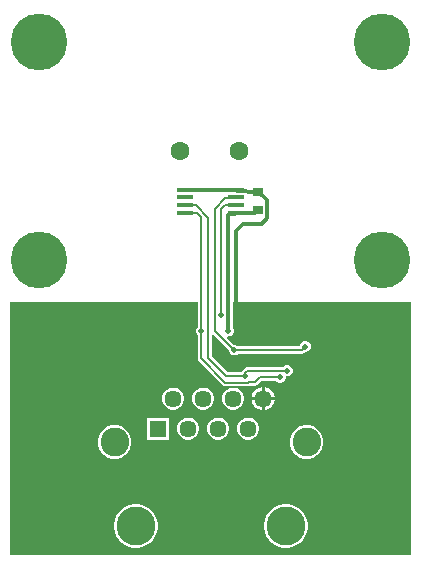
<source format=gbl>
G04*
G04 #@! TF.GenerationSoftware,Altium Limited,Altium Designer,24.5.1 (21)*
G04*
G04 Layer_Physical_Order=2*
G04 Layer_Color=16711680*
%FSLAX25Y25*%
%MOIN*%
G70*
G04*
G04 #@! TF.SameCoordinates,40B6127D-9DCA-48F2-A9B9-7EA9BB6FB6DE*
G04*
G04*
G04 #@! TF.FilePolarity,Positive*
G04*
G01*
G75*
%ADD10C,0.01181*%
%ADD11C,0.00787*%
%ADD31C,0.12992*%
%ADD32C,0.09567*%
%ADD33R,0.05701X0.05701*%
%ADD34C,0.05701*%
%ADD35C,0.18898*%
%ADD36C,0.06299*%
%ADD37C,0.01968*%
%ADD38R,0.05709X0.01772*%
%ADD39R,0.03400X0.03000*%
G36*
X135788Y2007D02*
X2007D01*
X2007Y86614D01*
X64544D01*
Y78073D01*
X64246Y77775D01*
X63976Y77124D01*
Y76419D01*
X64246Y75768D01*
X64544Y75470D01*
Y67717D01*
X64544Y67716D01*
X64635Y67256D01*
X64897Y66865D01*
X72967Y58794D01*
X72967Y58794D01*
X73358Y58533D01*
X73819Y58441D01*
X81212D01*
X81212Y58441D01*
X81673Y58533D01*
X81830Y58638D01*
X83811D01*
X83811Y58638D01*
X84272Y58730D01*
X84662Y58991D01*
X85885Y60213D01*
X90825D01*
X91122Y59915D01*
X91774Y59646D01*
X92478D01*
X93129Y59915D01*
X93628Y60414D01*
X93898Y61065D01*
Y61369D01*
X94125Y61790D01*
X94360Y61811D01*
X94841D01*
X95492Y62081D01*
X95990Y62579D01*
X96260Y63230D01*
Y63935D01*
X95990Y64586D01*
X95492Y65085D01*
X94841Y65354D01*
X94136D01*
X93485Y65085D01*
X93187Y64787D01*
X81142D01*
X81142Y64787D01*
X80682Y64695D01*
X80291Y64434D01*
X79569Y63712D01*
X79308Y63322D01*
X79305Y63306D01*
X79014Y63015D01*
X74515D01*
X69314Y68215D01*
Y75519D01*
X69814Y75726D01*
X75000Y70541D01*
Y70120D01*
X75270Y69469D01*
X75768Y68971D01*
X76419Y68701D01*
X77124D01*
X77775Y68971D01*
X78073Y69268D01*
X99212D01*
X99213Y69268D01*
X99673Y69360D01*
X100064Y69621D01*
X100325Y69882D01*
X100746D01*
X101397Y70152D01*
X101896Y70650D01*
X102165Y71301D01*
Y72006D01*
X101896Y72657D01*
X101397Y73155D01*
X100746Y73425D01*
X100041D01*
X99390Y73155D01*
X98892Y72657D01*
X98622Y72006D01*
Y71677D01*
X78073D01*
X77775Y71974D01*
X77124Y72244D01*
X76703D01*
X74445Y74502D01*
X74654Y75000D01*
X75156D01*
X75807Y75270D01*
X76305Y75768D01*
X76575Y76419D01*
Y77124D01*
X76305Y77775D01*
X76208Y77872D01*
Y86614D01*
X135788D01*
Y2007D01*
D02*
G37*
%LPC*%
G36*
X86905Y58142D02*
X86898D01*
Y54791D01*
X90248D01*
Y54798D01*
X89986Y55778D01*
X89479Y56656D01*
X88762Y57372D01*
X87884Y57879D01*
X86905Y58142D01*
D02*
G37*
G36*
X85898D02*
X85891D01*
X84912Y57879D01*
X84034Y57372D01*
X83317Y56656D01*
X82810Y55778D01*
X82547Y54798D01*
Y54791D01*
X85898D01*
Y58142D01*
D02*
G37*
G36*
X76877Y57929D02*
X75919D01*
X74993Y57681D01*
X74164Y57202D01*
X73487Y56525D01*
X73008Y55695D01*
X72760Y54770D01*
Y53812D01*
X73008Y52887D01*
X73487Y52058D01*
X74164Y51380D01*
X74993Y50901D01*
X75919Y50653D01*
X76877D01*
X77802Y50901D01*
X78631Y51380D01*
X79309Y52058D01*
X79787Y52887D01*
X80035Y53812D01*
Y54770D01*
X79787Y55695D01*
X79309Y56525D01*
X78631Y57202D01*
X77802Y57681D01*
X76877Y57929D01*
D02*
G37*
G36*
X66877D02*
X65919D01*
X64994Y57681D01*
X64164Y57202D01*
X63487Y56525D01*
X63008Y55695D01*
X62760Y54770D01*
Y53812D01*
X63008Y52887D01*
X63487Y52058D01*
X64164Y51380D01*
X64994Y50901D01*
X65919Y50653D01*
X66877D01*
X67802Y50901D01*
X68631Y51380D01*
X69309Y52058D01*
X69788Y52887D01*
X70035Y53812D01*
Y54770D01*
X69788Y55695D01*
X69309Y56525D01*
X68631Y57202D01*
X67802Y57681D01*
X66877Y57929D01*
D02*
G37*
G36*
X56877D02*
X55919D01*
X54993Y57681D01*
X54164Y57202D01*
X53487Y56525D01*
X53008Y55695D01*
X52760Y54770D01*
Y53812D01*
X53008Y52887D01*
X53487Y52058D01*
X54164Y51380D01*
X54993Y50901D01*
X55919Y50653D01*
X56877D01*
X57802Y50901D01*
X58631Y51380D01*
X59309Y52058D01*
X59787Y52887D01*
X60035Y53812D01*
Y54770D01*
X59787Y55695D01*
X59309Y56525D01*
X58631Y57202D01*
X57802Y57681D01*
X56877Y57929D01*
D02*
G37*
G36*
X90248Y53791D02*
X86898D01*
Y50441D01*
X86905D01*
X87884Y50703D01*
X88762Y51210D01*
X89479Y51927D01*
X89986Y52805D01*
X90248Y53784D01*
Y53791D01*
D02*
G37*
G36*
X85898D02*
X82547D01*
Y53784D01*
X82810Y52805D01*
X83317Y51927D01*
X84034Y51210D01*
X84912Y50703D01*
X85891Y50441D01*
X85898D01*
Y53791D01*
D02*
G37*
G36*
X81877Y47929D02*
X80919D01*
X79993Y47681D01*
X79164Y47202D01*
X78487Y46525D01*
X78008Y45695D01*
X77760Y44770D01*
Y43812D01*
X78008Y42887D01*
X78487Y42058D01*
X79164Y41380D01*
X79993Y40901D01*
X80919Y40653D01*
X81877D01*
X82802Y40901D01*
X83631Y41380D01*
X84309Y42058D01*
X84787Y42887D01*
X85035Y43812D01*
Y44770D01*
X84787Y45695D01*
X84309Y46525D01*
X83631Y47202D01*
X82802Y47681D01*
X81877Y47929D01*
D02*
G37*
G36*
X71877D02*
X70919D01*
X69994Y47681D01*
X69164Y47202D01*
X68487Y46525D01*
X68008Y45695D01*
X67760Y44770D01*
Y43812D01*
X68008Y42887D01*
X68487Y42058D01*
X69164Y41380D01*
X69994Y40901D01*
X70919Y40653D01*
X71877D01*
X72802Y40901D01*
X73631Y41380D01*
X74309Y42058D01*
X74787Y42887D01*
X75035Y43812D01*
Y44770D01*
X74787Y45695D01*
X74309Y46525D01*
X73631Y47202D01*
X72802Y47681D01*
X71877Y47929D01*
D02*
G37*
G36*
X61877D02*
X60919D01*
X59993Y47681D01*
X59164Y47202D01*
X58487Y46525D01*
X58008Y45695D01*
X57760Y44770D01*
Y43812D01*
X58008Y42887D01*
X58487Y42058D01*
X59164Y41380D01*
X59993Y40901D01*
X60919Y40653D01*
X61877D01*
X62802Y40901D01*
X63631Y41380D01*
X64309Y42058D01*
X64788Y42887D01*
X65035Y43812D01*
Y44770D01*
X64788Y45695D01*
X64309Y46525D01*
X63631Y47202D01*
X62802Y47681D01*
X61877Y47929D01*
D02*
G37*
G36*
X55035D02*
X47760D01*
Y40653D01*
X55035D01*
Y47929D01*
D02*
G37*
G36*
X101639Y45374D02*
X100172D01*
X98755Y44994D01*
X97485Y44261D01*
X96448Y43224D01*
X95714Y41953D01*
X95335Y40537D01*
Y39070D01*
X95714Y37653D01*
X96448Y36383D01*
X97485Y35345D01*
X98755Y34612D01*
X100172Y34232D01*
X101639D01*
X103056Y34612D01*
X104326Y35345D01*
X105363Y36383D01*
X106097Y37653D01*
X106476Y39070D01*
Y40537D01*
X106097Y41953D01*
X105363Y43224D01*
X104326Y44261D01*
X103056Y44994D01*
X101639Y45374D01*
D02*
G37*
G36*
X37623D02*
X36156D01*
X34740Y44994D01*
X33469Y44261D01*
X32432Y43224D01*
X31699Y41953D01*
X31319Y40537D01*
Y39070D01*
X31699Y37653D01*
X32432Y36383D01*
X33469Y35345D01*
X34740Y34612D01*
X36156Y34232D01*
X37623D01*
X39040Y34612D01*
X40310Y35345D01*
X41348Y36383D01*
X42081Y37653D01*
X42461Y39070D01*
Y40537D01*
X42081Y41953D01*
X41348Y43224D01*
X40310Y44261D01*
X39040Y44994D01*
X37623Y45374D01*
D02*
G37*
G36*
X94615Y19094D02*
X93180D01*
X91773Y18815D01*
X90448Y18266D01*
X89255Y17469D01*
X88240Y16454D01*
X87443Y15261D01*
X86894Y13936D01*
X86614Y12528D01*
Y11094D01*
X86894Y9686D01*
X87443Y8361D01*
X88240Y7168D01*
X89255Y6154D01*
X90448Y5356D01*
X91773Y4808D01*
X93180Y4528D01*
X94615D01*
X96022Y4808D01*
X97348Y5356D01*
X98541Y6154D01*
X99555Y7168D01*
X100352Y8361D01*
X100901Y9686D01*
X101181Y11094D01*
Y12528D01*
X100901Y13936D01*
X100352Y15261D01*
X99555Y16454D01*
X98541Y17469D01*
X97348Y18266D01*
X96022Y18815D01*
X94615Y19094D01*
D02*
G37*
G36*
X44615D02*
X43180D01*
X41773Y18815D01*
X40448Y18266D01*
X39255Y17469D01*
X38240Y16454D01*
X37443Y15261D01*
X36894Y13936D01*
X36614Y12528D01*
Y11094D01*
X36894Y9686D01*
X37443Y8361D01*
X38240Y7168D01*
X39255Y6154D01*
X40448Y5356D01*
X41773Y4808D01*
X43180Y4528D01*
X44615D01*
X46022Y4808D01*
X47348Y5356D01*
X48541Y6154D01*
X49555Y7168D01*
X50352Y8361D01*
X50901Y9686D01*
X51181Y11094D01*
Y12528D01*
X50901Y13936D01*
X50352Y15261D01*
X49555Y16454D01*
X48541Y17469D01*
X47348Y18266D01*
X46022Y18815D01*
X44615Y19094D01*
D02*
G37*
%LPD*%
D10*
X60433Y123917D02*
X77362D01*
X77165Y83465D02*
Y110236D01*
X79528Y112598D01*
X85827D01*
X87795Y114567D01*
Y120472D01*
X86098Y122169D02*
X87795Y120472D01*
X84646Y123079D02*
X85555Y122169D01*
X86098D01*
X80787Y123622D02*
X81331Y123079D01*
X84646D01*
X77362Y123917D02*
X77658Y123622D01*
X80787D01*
X74803Y76772D02*
Y115650D01*
X75098Y115945D02*
X77067D01*
X74803Y115650D02*
X75098Y115945D01*
X77067D02*
X77362Y116240D01*
X84446Y117079D02*
X84646D01*
X77362Y116240D02*
X83607D01*
X84446Y117079D01*
D11*
X77068Y121064D02*
X77362Y121358D01*
X70276Y117520D02*
X73820Y121064D01*
X70276Y76968D02*
Y117520D01*
X73820Y121064D02*
X77068D01*
X72441Y117323D02*
X73788Y118670D01*
X77233D01*
X72441Y82284D02*
Y117323D01*
X77233Y118670D02*
X77362Y118799D01*
X65748Y67716D02*
Y76772D01*
Y67716D02*
X73819Y59646D01*
X81212D02*
X81409Y59842D01*
X73819Y59646D02*
X81212D01*
X81409Y59842D02*
X83811D01*
X85386Y61417D02*
X92126D01*
X83811Y59842D02*
X85386Y61417D01*
X81142Y63583D02*
X94488D01*
X80420Y62861D02*
X81142Y63583D01*
X76772Y70472D02*
X99213D01*
X100394Y71653D01*
X64210Y116240D02*
X65748Y114702D01*
Y76772D02*
Y114702D01*
X60433Y116240D02*
X64210D01*
X70276Y76968D02*
X76772Y70472D01*
X74016Y61811D02*
X80315D01*
X68110Y67716D02*
X74016Y61811D01*
X68110Y67716D02*
Y114567D01*
X64007Y118670D02*
X68110Y114567D01*
X60433Y118799D02*
X60562Y118670D01*
X64007D01*
D31*
X43898Y11811D02*
D03*
X93898D02*
D03*
D32*
X36890Y39803D02*
D03*
X100906D02*
D03*
D33*
X51398Y44291D02*
D03*
D34*
X56398Y54291D02*
D03*
X61398Y44291D02*
D03*
X66398Y54291D02*
D03*
X71398Y44291D02*
D03*
X76398Y54291D02*
D03*
X81398Y44291D02*
D03*
X86398Y54291D02*
D03*
D35*
X11811Y173228D02*
D03*
X125984D02*
D03*
X11811Y100394D02*
D03*
X125984D02*
D03*
D36*
X58661Y136811D02*
D03*
X78347D02*
D03*
D37*
X129921Y41339D02*
D03*
X5906Y45276D02*
D03*
X129921Y5906D02*
D03*
X5906D02*
D03*
Y82677D02*
D03*
X35433D02*
D03*
X62992D02*
D03*
X108661Y80315D02*
D03*
X129921Y71653D02*
D03*
X102362Y68110D02*
D03*
X74803Y76772D02*
D03*
X92126Y61417D02*
D03*
X94488Y63583D02*
D03*
X100394Y71653D02*
D03*
X72441Y82284D02*
D03*
X80315Y61811D02*
D03*
X76772Y70472D02*
D03*
X65748Y76772D02*
D03*
D38*
X60433Y116240D02*
D03*
Y118799D02*
D03*
Y121358D02*
D03*
Y123917D02*
D03*
X77362D02*
D03*
Y121358D02*
D03*
Y118799D02*
D03*
Y116240D02*
D03*
D39*
X84646Y117079D02*
D03*
Y123079D02*
D03*
M02*

</source>
